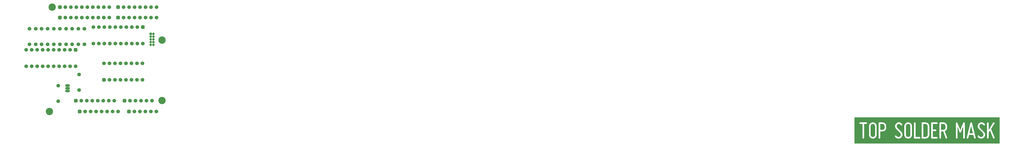
<source format=gts>
G04*
G04 #@! TF.GenerationSoftware,Altium Limited,Altium Designer,20.0.7 (75)*
G04*
G04 Layer_Color=8388736*
%FSLAX25Y25*%
%MOIN*%
G70*
G01*
G75*
%ADD16O,0.08674X0.04737*%
%ADD17O,0.08674X0.04737*%
%ADD18C,0.06706*%
G04:AMPARAMS|DCode=19|XSize=67.06mil|YSize=67.06mil|CornerRadius=18.76mil|HoleSize=0mil|Usage=FLASHONLY|Rotation=0.000|XOffset=0mil|YOffset=0mil|HoleType=Round|Shape=RoundedRectangle|*
%AMROUNDEDRECTD19*
21,1,0.06706,0.02953,0,0,0.0*
21,1,0.02953,0.06706,0,0,0.0*
1,1,0.03753,0.01476,-0.01476*
1,1,0.03753,-0.01476,-0.01476*
1,1,0.03753,-0.01476,0.01476*
1,1,0.03753,0.01476,0.01476*
%
%ADD19ROUNDEDRECTD19*%
%ADD20C,0.04540*%
G04:AMPARAMS|DCode=21|XSize=45.4mil|YSize=45.4mil|CornerRadius=13.35mil|HoleSize=0mil|Usage=FLASHONLY|Rotation=270.000|XOffset=0mil|YOffset=0mil|HoleType=Round|Shape=RoundedRectangle|*
%AMROUNDEDRECTD21*
21,1,0.04540,0.01870,0,0,270.0*
21,1,0.01870,0.04540,0,0,270.0*
1,1,0.02670,-0.00935,-0.00935*
1,1,0.02670,-0.00935,0.00935*
1,1,0.02670,0.00935,0.00935*
1,1,0.02670,0.00935,-0.00935*
%
%ADD21ROUNDEDRECTD21*%
G04:AMPARAMS|DCode=22|XSize=67.06mil|YSize=67.06mil|CornerRadius=18.76mil|HoleSize=0mil|Usage=FLASHONLY|Rotation=90.000|XOffset=0mil|YOffset=0mil|HoleType=Round|Shape=RoundedRectangle|*
%AMROUNDEDRECTD22*
21,1,0.06706,0.02953,0,0,90.0*
21,1,0.02953,0.06706,0,0,90.0*
1,1,0.03753,0.01476,0.01476*
1,1,0.03753,0.01476,-0.01476*
1,1,0.03753,-0.01476,-0.01476*
1,1,0.03753,-0.01476,0.01476*
%
%ADD22ROUNDEDRECTD22*%
%ADD23C,0.13300*%
G36*
X2019450Y137100D02*
X1755300D01*
Y184675D01*
X2019450D01*
Y137100D01*
D02*
G37*
%LPC*%
G36*
X1986825Y175675D02*
X1986550D01*
X1986000Y175650D01*
X1985750Y175625D01*
X1985525Y175600D01*
X1985325Y175550D01*
X1985175Y175525D01*
X1985075Y175500D01*
X1985050D01*
X1984500Y175350D01*
X1984000Y175150D01*
X1983550Y174950D01*
X1983150Y174725D01*
X1982825Y174525D01*
X1982575Y174375D01*
X1982500Y174325D01*
X1982425Y174275D01*
X1982400Y174225D01*
X1982375D01*
X1981950Y173875D01*
X1981575Y173500D01*
X1981250Y173125D01*
X1980975Y172775D01*
X1980750Y172450D01*
X1980575Y172225D01*
X1980525Y172125D01*
X1980475Y172050D01*
X1980450Y172025D01*
Y172000D01*
X1980200Y171500D01*
X1980000Y171000D01*
X1979850Y170525D01*
X1979750Y170100D01*
X1979700Y169725D01*
X1979675Y169575D01*
X1979650Y169425D01*
Y169325D01*
X1979625Y169250D01*
Y169200D01*
Y169175D01*
X1979600Y168625D01*
X1979625Y168075D01*
X1979700Y167575D01*
X1979775Y167100D01*
X1979875Y166725D01*
X1979925Y166550D01*
X1979975Y166425D01*
X1980000Y166300D01*
X1980025Y166225D01*
X1980050Y166175D01*
Y166150D01*
X1980250Y165675D01*
X1980525Y165225D01*
X1980825Y164800D01*
X1981125Y164425D01*
X1981400Y164125D01*
X1981625Y163875D01*
X1981725Y163800D01*
X1981800Y163725D01*
X1981825Y163700D01*
X1981850Y163675D01*
X1988875Y156325D01*
X1989100Y156050D01*
X1989300Y155775D01*
X1989450Y155525D01*
X1989600Y155275D01*
X1989700Y155075D01*
X1989775Y154900D01*
X1989825Y154800D01*
X1989850Y154750D01*
X1989950Y154425D01*
X1990025Y154125D01*
X1990075Y153825D01*
X1990100Y153550D01*
Y153325D01*
Y153150D01*
X1990075Y153050D01*
Y153000D01*
X1990025Y152650D01*
X1989950Y152300D01*
X1989750Y151700D01*
X1989475Y151150D01*
X1989175Y150700D01*
X1988900Y150350D01*
X1988750Y150200D01*
X1988650Y150100D01*
X1988550Y150000D01*
X1988475Y149925D01*
X1988425Y149900D01*
X1988400Y149875D01*
X1987950Y149600D01*
X1987500Y149375D01*
X1987075Y149225D01*
X1986700Y149125D01*
X1986375Y149075D01*
X1986100Y149050D01*
X1986000Y149025D01*
X1985875D01*
X1985575Y149050D01*
X1985275Y149075D01*
X1985150Y149100D01*
X1985050D01*
X1984975Y149125D01*
X1984950D01*
X1984625Y149200D01*
X1984325Y149300D01*
X1984050Y149425D01*
X1983800Y149525D01*
X1983600Y149650D01*
X1983425Y149750D01*
X1983325Y149800D01*
X1983300Y149825D01*
X1983050Y150025D01*
X1982850Y150225D01*
X1982675Y150425D01*
X1982500Y150625D01*
X1982400Y150775D01*
X1982300Y150900D01*
X1982250Y151000D01*
X1982225Y151025D01*
X1982050Y151275D01*
X1981900Y151450D01*
X1981775Y151550D01*
X1981750Y151575D01*
X1981725D01*
X1981600Y151650D01*
X1981475Y151700D01*
X1981175Y151825D01*
X1981050Y151850D01*
X1980925Y151875D01*
X1980850Y151900D01*
X1980825D01*
X1980550Y151850D01*
X1980325Y151775D01*
X1980150Y151700D01*
X1980125Y151650D01*
X1980100D01*
X1979950Y151550D01*
X1979800Y151425D01*
X1979700Y151300D01*
X1979625Y151175D01*
X1979575Y151075D01*
X1979525Y151000D01*
X1979500Y150950D01*
Y150925D01*
X1979450Y150675D01*
X1979425Y150425D01*
X1979450Y150225D01*
Y150075D01*
X1979500Y149925D01*
X1979525Y149825D01*
X1979550Y149775D01*
Y149750D01*
X1979875Y149250D01*
X1980200Y148800D01*
X1980550Y148425D01*
X1980850Y148100D01*
X1981125Y147825D01*
X1981350Y147625D01*
X1981500Y147525D01*
X1981525Y147475D01*
X1981550D01*
X1982050Y147175D01*
X1982550Y146900D01*
X1983000Y146700D01*
X1983425Y146525D01*
X1983775Y146400D01*
X1984050Y146325D01*
X1984150Y146275D01*
X1984225D01*
X1984275Y146250D01*
X1984300D01*
X1984875Y146175D01*
X1985125Y146125D01*
X1985350D01*
X1985525Y146100D01*
X1985800D01*
X1986375Y146125D01*
X1986650Y146150D01*
X1986875Y146175D01*
X1987075Y146200D01*
X1987225Y146225D01*
X1987325Y146250D01*
X1987350D01*
X1987950Y146425D01*
X1988475Y146625D01*
X1988950Y146850D01*
X1989375Y147075D01*
X1989700Y147250D01*
X1989975Y147425D01*
X1990050Y147500D01*
X1990125Y147525D01*
X1990150Y147575D01*
X1990175D01*
X1990600Y147950D01*
X1991000Y148325D01*
X1991350Y148700D01*
X1991625Y149050D01*
X1991850Y149375D01*
X1992025Y149625D01*
X1992075Y149725D01*
X1992125Y149800D01*
X1992150Y149825D01*
Y149850D01*
X1992400Y150350D01*
X1992600Y150875D01*
X1992750Y151350D01*
X1992875Y151775D01*
X1992950Y152150D01*
X1992975Y152300D01*
X1993000Y152450D01*
Y152550D01*
X1993025Y152625D01*
Y153300D01*
X1993000Y153875D01*
X1992925Y154375D01*
X1992850Y154825D01*
X1992750Y155225D01*
X1992725Y155375D01*
X1992675Y155500D01*
X1992650Y155600D01*
X1992625Y155675D01*
X1992600Y155725D01*
Y155750D01*
X1992375Y156275D01*
X1992125Y156750D01*
X1991875Y157175D01*
X1991600Y157550D01*
X1991375Y157850D01*
X1991175Y158075D01*
X1991050Y158225D01*
X1991025Y158275D01*
X1991000D01*
X1983700Y165850D01*
X1983475Y166100D01*
X1983300Y166375D01*
X1983125Y166650D01*
X1983000Y166925D01*
X1982800Y167425D01*
X1982650Y167925D01*
X1982575Y168325D01*
Y168500D01*
X1982550Y168650D01*
Y168775D01*
Y168875D01*
Y168925D01*
Y168950D01*
X1982600Y169300D01*
X1982650Y169625D01*
X1982850Y170200D01*
X1983125Y170700D01*
X1983400Y171125D01*
X1983675Y171450D01*
X1983900Y171675D01*
X1984000Y171775D01*
X1984075Y171825D01*
X1984100Y171875D01*
X1984125D01*
X1984550Y172150D01*
X1984975Y172350D01*
X1985375Y172500D01*
X1985725Y172600D01*
X1986050Y172650D01*
X1986300Y172700D01*
X1986800D01*
X1987100Y172675D01*
X1987225Y172650D01*
X1987325D01*
X1987400Y172625D01*
X1987425D01*
X1987750Y172550D01*
X1988025Y172450D01*
X1988575Y172175D01*
X1989025Y171875D01*
X1989375Y171550D01*
X1989675Y171250D01*
X1989875Y171000D01*
X1989950Y170925D01*
X1990000Y170850D01*
X1990050Y170800D01*
Y170775D01*
X1990175Y170575D01*
X1990325Y170400D01*
X1990475Y170250D01*
X1990625Y170150D01*
X1990775Y170075D01*
X1990875Y170025D01*
X1990950Y169975D01*
X1990975D01*
X1991125Y169950D01*
X1991375D01*
X1991625Y169975D01*
X1991825Y170025D01*
X1991950Y170050D01*
X1992000Y170075D01*
X1992225Y170225D01*
X1992400Y170400D01*
X1992525Y170550D01*
X1992625Y170725D01*
X1992700Y170850D01*
X1992750Y170950D01*
X1992775Y171025D01*
Y171050D01*
X1992800Y171275D01*
X1992825Y171475D01*
X1992800Y171650D01*
X1992775Y171800D01*
X1992750Y171900D01*
X1992700Y172000D01*
X1992675Y172050D01*
Y172075D01*
X1992350Y172550D01*
X1992050Y172975D01*
X1991725Y173300D01*
X1991450Y173575D01*
X1991200Y173750D01*
X1991025Y173900D01*
X1990900Y173975D01*
X1990850Y174000D01*
X1990325Y174400D01*
X1989825Y174725D01*
X1989350Y174975D01*
X1988925Y175175D01*
X1988575Y175325D01*
X1988300Y175400D01*
X1988200Y175450D01*
X1988125D01*
X1988075Y175475D01*
X1988050D01*
X1987475Y175600D01*
X1987225Y175625D01*
X1987000Y175650D01*
X1986825Y175675D01*
D02*
G37*
G36*
X1836350D02*
X1836075D01*
X1835525Y175650D01*
X1835275Y175625D01*
X1835050Y175600D01*
X1834850Y175550D01*
X1834700Y175525D01*
X1834600Y175500D01*
X1834575D01*
X1834025Y175350D01*
X1833525Y175150D01*
X1833075Y174950D01*
X1832675Y174725D01*
X1832350Y174525D01*
X1832100Y174375D01*
X1832025Y174325D01*
X1831950Y174275D01*
X1831925Y174225D01*
X1831900D01*
X1831475Y173875D01*
X1831100Y173500D01*
X1830775Y173125D01*
X1830500Y172775D01*
X1830275Y172450D01*
X1830100Y172225D01*
X1830050Y172125D01*
X1830000Y172050D01*
X1829975Y172025D01*
Y172000D01*
X1829725Y171500D01*
X1829525Y171000D01*
X1829375Y170525D01*
X1829275Y170100D01*
X1829225Y169725D01*
X1829200Y169575D01*
X1829175Y169425D01*
Y169325D01*
X1829150Y169250D01*
Y169200D01*
Y169175D01*
X1829125Y168625D01*
X1829150Y168075D01*
X1829225Y167575D01*
X1829300Y167100D01*
X1829400Y166725D01*
X1829450Y166550D01*
X1829500Y166425D01*
X1829525Y166300D01*
X1829550Y166225D01*
X1829575Y166175D01*
Y166150D01*
X1829775Y165675D01*
X1830050Y165225D01*
X1830350Y164800D01*
X1830650Y164425D01*
X1830925Y164125D01*
X1831150Y163875D01*
X1831250Y163800D01*
X1831325Y163725D01*
X1831350Y163700D01*
X1831375Y163675D01*
X1838400Y156325D01*
X1838625Y156050D01*
X1838825Y155775D01*
X1838975Y155525D01*
X1839125Y155275D01*
X1839225Y155075D01*
X1839300Y154900D01*
X1839350Y154800D01*
X1839375Y154750D01*
X1839475Y154425D01*
X1839550Y154125D01*
X1839600Y153825D01*
X1839625Y153550D01*
Y153325D01*
Y153150D01*
X1839600Y153050D01*
Y153000D01*
X1839550Y152650D01*
X1839475Y152300D01*
X1839275Y151700D01*
X1839000Y151150D01*
X1838700Y150700D01*
X1838425Y150350D01*
X1838275Y150200D01*
X1838175Y150100D01*
X1838075Y150000D01*
X1838000Y149925D01*
X1837950Y149900D01*
X1837925Y149875D01*
X1837475Y149600D01*
X1837025Y149375D01*
X1836600Y149225D01*
X1836225Y149125D01*
X1835900Y149075D01*
X1835625Y149050D01*
X1835525Y149025D01*
X1835400D01*
X1835100Y149050D01*
X1834800Y149075D01*
X1834675Y149100D01*
X1834575D01*
X1834500Y149125D01*
X1834475D01*
X1834150Y149200D01*
X1833850Y149300D01*
X1833575Y149425D01*
X1833325Y149525D01*
X1833125Y149650D01*
X1832950Y149750D01*
X1832850Y149800D01*
X1832825Y149825D01*
X1832575Y150025D01*
X1832375Y150225D01*
X1832200Y150425D01*
X1832025Y150625D01*
X1831925Y150775D01*
X1831825Y150900D01*
X1831775Y151000D01*
X1831750Y151025D01*
X1831575Y151275D01*
X1831425Y151450D01*
X1831300Y151550D01*
X1831275Y151575D01*
X1831250D01*
X1831125Y151650D01*
X1831000Y151700D01*
X1830700Y151825D01*
X1830575Y151850D01*
X1830450Y151875D01*
X1830375Y151900D01*
X1830350D01*
X1830075Y151850D01*
X1829850Y151775D01*
X1829675Y151700D01*
X1829650Y151650D01*
X1829625D01*
X1829475Y151550D01*
X1829325Y151425D01*
X1829225Y151300D01*
X1829150Y151175D01*
X1829100Y151075D01*
X1829050Y151000D01*
X1829025Y150950D01*
Y150925D01*
X1828975Y150675D01*
X1828950Y150425D01*
X1828975Y150225D01*
Y150075D01*
X1829025Y149925D01*
X1829050Y149825D01*
X1829075Y149775D01*
Y149750D01*
X1829400Y149250D01*
X1829725Y148800D01*
X1830075Y148425D01*
X1830375Y148100D01*
X1830650Y147825D01*
X1830875Y147625D01*
X1831025Y147525D01*
X1831050Y147475D01*
X1831075D01*
X1831575Y147175D01*
X1832075Y146900D01*
X1832525Y146700D01*
X1832950Y146525D01*
X1833300Y146400D01*
X1833575Y146325D01*
X1833675Y146275D01*
X1833750D01*
X1833800Y146250D01*
X1833825D01*
X1834400Y146175D01*
X1834650Y146125D01*
X1834875D01*
X1835050Y146100D01*
X1835325D01*
X1835900Y146125D01*
X1836175Y146150D01*
X1836400Y146175D01*
X1836600Y146200D01*
X1836750Y146225D01*
X1836850Y146250D01*
X1836875D01*
X1837475Y146425D01*
X1838000Y146625D01*
X1838475Y146850D01*
X1838900Y147075D01*
X1839225Y147250D01*
X1839500Y147425D01*
X1839575Y147500D01*
X1839650Y147525D01*
X1839675Y147575D01*
X1839700D01*
X1840125Y147950D01*
X1840525Y148325D01*
X1840875Y148700D01*
X1841150Y149050D01*
X1841375Y149375D01*
X1841550Y149625D01*
X1841600Y149725D01*
X1841650Y149800D01*
X1841675Y149825D01*
Y149850D01*
X1841925Y150350D01*
X1842125Y150875D01*
X1842275Y151350D01*
X1842400Y151775D01*
X1842475Y152150D01*
X1842500Y152300D01*
X1842525Y152450D01*
Y152550D01*
X1842550Y152625D01*
Y153300D01*
X1842525Y153875D01*
X1842450Y154375D01*
X1842375Y154825D01*
X1842275Y155225D01*
X1842250Y155375D01*
X1842200Y155500D01*
X1842175Y155600D01*
X1842150Y155675D01*
X1842125Y155725D01*
Y155750D01*
X1841900Y156275D01*
X1841650Y156750D01*
X1841400Y157175D01*
X1841125Y157550D01*
X1840900Y157850D01*
X1840700Y158075D01*
X1840575Y158225D01*
X1840550Y158275D01*
X1840525D01*
X1833225Y165850D01*
X1833000Y166100D01*
X1832825Y166375D01*
X1832650Y166650D01*
X1832525Y166925D01*
X1832325Y167425D01*
X1832175Y167925D01*
X1832100Y168325D01*
Y168500D01*
X1832075Y168650D01*
Y168775D01*
Y168875D01*
Y168925D01*
Y168950D01*
X1832125Y169300D01*
X1832175Y169625D01*
X1832375Y170200D01*
X1832650Y170700D01*
X1832925Y171125D01*
X1833200Y171450D01*
X1833425Y171675D01*
X1833525Y171775D01*
X1833600Y171825D01*
X1833625Y171875D01*
X1833650D01*
X1834075Y172150D01*
X1834500Y172350D01*
X1834900Y172500D01*
X1835250Y172600D01*
X1835575Y172650D01*
X1835825Y172700D01*
X1836325D01*
X1836625Y172675D01*
X1836750Y172650D01*
X1836850D01*
X1836925Y172625D01*
X1836950D01*
X1837275Y172550D01*
X1837550Y172450D01*
X1838100Y172175D01*
X1838550Y171875D01*
X1838900Y171550D01*
X1839200Y171250D01*
X1839400Y171000D01*
X1839475Y170925D01*
X1839525Y170850D01*
X1839575Y170800D01*
Y170775D01*
X1839700Y170575D01*
X1839850Y170400D01*
X1840000Y170250D01*
X1840150Y170150D01*
X1840300Y170075D01*
X1840400Y170025D01*
X1840475Y169975D01*
X1840500D01*
X1840650Y169950D01*
X1840900D01*
X1841150Y169975D01*
X1841350Y170025D01*
X1841475Y170050D01*
X1841525Y170075D01*
X1841750Y170225D01*
X1841925Y170400D01*
X1842050Y170550D01*
X1842150Y170725D01*
X1842225Y170850D01*
X1842275Y170950D01*
X1842300Y171025D01*
Y171050D01*
X1842325Y171275D01*
X1842350Y171475D01*
X1842325Y171650D01*
X1842300Y171800D01*
X1842275Y171900D01*
X1842225Y172000D01*
X1842200Y172050D01*
Y172075D01*
X1841875Y172550D01*
X1841575Y172975D01*
X1841250Y173300D01*
X1840975Y173575D01*
X1840725Y173750D01*
X1840550Y173900D01*
X1840425Y173975D01*
X1840375Y174000D01*
X1839850Y174400D01*
X1839350Y174725D01*
X1838875Y174975D01*
X1838450Y175175D01*
X1838100Y175325D01*
X1837825Y175400D01*
X1837725Y175450D01*
X1837650D01*
X1837600Y175475D01*
X1837575D01*
X1837000Y175600D01*
X1836750Y175625D01*
X1836525Y175650D01*
X1836350Y175675D01*
D02*
G37*
G36*
X1954850Y175600D02*
X1954675D01*
X1954450Y175575D01*
X1954275Y175550D01*
X1954175Y175525D01*
X1954150Y175500D01*
X1953800D01*
Y175300D01*
X1953775Y175275D01*
X1953700Y175225D01*
X1953650Y175175D01*
X1953625Y175150D01*
X1953475Y175000D01*
X1953375Y174850D01*
X1953300Y174725D01*
X1953275Y174700D01*
Y174675D01*
X1948000Y161575D01*
X1942675Y174775D01*
X1942500Y175050D01*
X1942275Y175250D01*
X1942050Y175400D01*
X1941825Y175500D01*
X1941625Y175550D01*
X1941475Y175600D01*
X1941325D01*
X1941125Y175575D01*
X1940975Y175550D01*
X1940875Y175525D01*
X1940850Y175500D01*
X1940800D01*
X1940500Y175325D01*
X1940275Y175125D01*
X1940125Y174900D01*
X1940000Y174675D01*
X1939950Y174475D01*
X1939900Y174325D01*
X1939875Y174225D01*
Y147550D01*
X1939900Y147325D01*
X1939950Y147150D01*
X1940000Y146975D01*
X1940100Y146825D01*
X1940175Y146700D01*
X1940225Y146600D01*
X1940275Y146550D01*
X1940300Y146525D01*
X1940475Y146375D01*
X1940650Y146275D01*
X1940800Y146200D01*
X1940975Y146150D01*
X1941125Y146125D01*
X1941225Y146100D01*
X1941325D01*
X1941550Y146125D01*
X1941750Y146175D01*
X1941925Y146225D01*
X1942075Y146325D01*
X1942200Y146400D01*
X1942300Y146450D01*
X1942350Y146500D01*
X1942375Y146525D01*
X1942525Y146700D01*
X1942625Y146875D01*
X1942725Y147025D01*
X1942775Y147200D01*
X1942800Y147350D01*
X1942825Y147450D01*
Y147525D01*
Y147550D01*
Y168575D01*
X1946650Y157850D01*
X1946750Y157675D01*
X1946875Y157525D01*
X1947125Y157300D01*
X1947250Y157225D01*
X1947350Y157175D01*
X1947400Y157125D01*
X1947425D01*
X1947625Y157050D01*
X1947800Y157025D01*
X1947950Y157000D01*
X1948000D01*
X1948325Y157025D01*
X1948600Y157125D01*
X1948825Y157250D01*
X1949000Y157400D01*
X1949150Y157550D01*
X1949250Y157675D01*
X1949300Y157775D01*
X1949325Y157800D01*
X1953175Y168550D01*
Y147550D01*
X1953200Y147325D01*
X1953250Y147150D01*
X1953300Y146975D01*
X1953400Y146825D01*
X1953475Y146700D01*
X1953525Y146600D01*
X1953575Y146550D01*
X1953600Y146525D01*
X1953775Y146375D01*
X1953950Y146275D01*
X1954125Y146200D01*
X1954300Y146150D01*
X1954450Y146125D01*
X1954575Y146100D01*
X1954675D01*
X1954875Y146125D01*
X1955075Y146175D01*
X1955250Y146225D01*
X1955400Y146325D01*
X1955500Y146400D01*
X1955600Y146450D01*
X1955650Y146500D01*
X1955675Y146525D01*
X1955825Y146700D01*
X1955925Y146875D01*
X1956025Y147025D01*
X1956075Y147200D01*
X1956100Y147350D01*
X1956125Y147450D01*
Y174125D01*
X1956075Y174450D01*
X1955975Y174725D01*
X1955825Y174975D01*
X1955650Y175150D01*
X1955475Y175300D01*
X1955325Y175425D01*
X1955225Y175475D01*
X1955175Y175500D01*
X1955125D01*
X1955000Y175550D01*
X1954850Y175600D01*
D02*
G37*
G36*
X2009125Y175625D02*
X2008700D01*
X2008650Y175600D01*
X2008625D01*
X2008525Y175575D01*
X2008450Y175550D01*
X2008375Y175525D01*
X2008350Y175500D01*
X2008225Y175450D01*
X2008125Y175400D01*
X2008075Y175375D01*
X2008050Y175350D01*
X2008000Y175300D01*
X2007925Y175250D01*
X2007875Y175200D01*
X2007850Y175175D01*
X2007700Y175000D01*
X2007675Y174925D01*
X2007650Y174900D01*
X1999475Y161350D01*
Y174150D01*
Y174250D01*
Y174350D01*
Y174425D01*
Y174450D01*
X1999425Y174550D01*
X1999375Y174650D01*
X1999350Y174700D01*
Y174725D01*
X1999300Y174850D01*
X1999275Y174900D01*
X1999225Y175000D01*
X1999150Y175100D01*
X1999100Y175150D01*
X1999075Y175175D01*
X1999000Y175250D01*
X1998925Y175300D01*
X1998900Y175350D01*
X1998875D01*
X1998675Y175475D01*
X1998600Y175500D01*
X1998575D01*
X1998475Y175550D01*
X1998375Y175600D01*
X1998300D01*
X1998200Y175625D01*
X1997800D01*
X1997750Y175600D01*
X1997725D01*
X1997600Y175575D01*
X1997475Y175550D01*
X1997400Y175525D01*
X1997375Y175500D01*
X1997275Y175450D01*
X1997200Y175400D01*
X1997175Y175375D01*
X1997150Y175350D01*
X1997025Y175300D01*
X1996950Y175225D01*
X1996900Y175150D01*
X1996875Y175125D01*
X1996850Y175100D01*
X1996800Y175025D01*
X1996750Y174975D01*
X1996725Y174950D01*
X1996625Y174800D01*
X1996600Y174750D01*
Y174725D01*
X1996550Y174575D01*
X1996525Y174500D01*
Y174450D01*
Y174425D01*
X1996500Y174250D01*
Y147475D01*
X1996525Y147375D01*
Y147325D01*
Y147300D01*
X1996550Y147175D01*
X1996575Y147075D01*
X1996600Y147000D01*
Y146975D01*
X1996650Y146875D01*
X1996700Y146825D01*
X1996750Y146775D01*
X1996800Y146650D01*
X1996850Y146575D01*
X1996900Y146525D01*
X1996925D01*
X1996975Y146475D01*
X1997075Y146400D01*
X1997150Y146325D01*
X1997200Y146300D01*
X1997325Y146225D01*
X1997375Y146200D01*
X1997500Y146150D01*
X1997600Y146125D01*
X1997700D01*
X1997875Y146100D01*
X1998125D01*
X1998225Y146125D01*
X1998300D01*
X1998400Y146150D01*
X1998475Y146175D01*
X1998550Y146200D01*
X1998575D01*
X1998750Y146275D01*
X1998825Y146325D01*
X1998850D01*
X1999000Y146475D01*
X1999050Y146500D01*
X1999075Y146525D01*
X1999150Y146625D01*
X1999225Y146725D01*
X1999250Y146800D01*
X1999275Y146825D01*
X1999325Y146925D01*
X1999350Y146975D01*
X1999400Y147075D01*
X1999425Y147200D01*
X1999475Y147275D01*
Y147325D01*
Y147500D01*
Y147550D01*
Y147575D01*
Y156850D01*
X2002000Y161200D01*
X2007550Y147000D01*
X2007750Y146700D01*
X2007975Y146475D01*
X2008200Y146325D01*
X2008425Y146225D01*
X2008625Y146150D01*
X2008800Y146125D01*
X2008900Y146100D01*
X2008950D01*
X2009175Y146125D01*
X2009350Y146150D01*
X2009450Y146175D01*
X2009500Y146200D01*
X2009700Y146300D01*
X2009875Y146425D01*
X2010025Y146550D01*
X2010150Y146700D01*
X2010225Y146825D01*
X2010275Y146925D01*
X2010325Y147000D01*
Y147025D01*
X2010375Y147225D01*
X2010400Y147425D01*
X2010425Y147625D01*
X2010400Y147800D01*
X2010375Y147950D01*
X2010350Y148050D01*
X2010325Y148125D01*
Y148150D01*
X2003975Y163800D01*
X2010225Y173350D01*
X2010275Y173500D01*
X2010300Y173525D01*
Y173550D01*
X2010350Y173650D01*
X2010400Y173775D01*
X2010425Y173850D01*
X2010450Y173900D01*
Y174300D01*
X2010425Y174375D01*
X2010400Y174425D01*
Y174450D01*
X2010375Y174550D01*
X2010350Y174650D01*
X2010325Y174725D01*
X2010300Y174750D01*
X2010250Y174875D01*
X2010225Y174925D01*
X2010200Y174950D01*
X2010125Y175050D01*
X2010050Y175125D01*
X2010000Y175150D01*
X2009975Y175175D01*
X2009850Y175325D01*
X2009800Y175350D01*
X2009775Y175375D01*
X2009675Y175450D01*
X2009575Y175475D01*
X2009525Y175500D01*
X2009500D01*
X2009375Y175550D01*
X2009275Y175600D01*
X2009200D01*
X2009125Y175625D01*
D02*
G37*
G36*
X1968025Y175600D02*
X1967400D01*
X1967075Y175475D01*
X1966825Y175325D01*
X1966625Y175125D01*
X1966475Y174925D01*
X1966375Y174750D01*
X1966300Y174600D01*
X1966250Y174500D01*
Y174450D01*
X1959625Y147850D01*
X1959600Y147650D01*
Y147450D01*
X1959625Y147275D01*
X1959675Y147125D01*
X1959700Y147000D01*
X1959750Y146900D01*
X1959800Y146825D01*
Y146800D01*
X1959925Y146625D01*
X1960075Y146475D01*
X1960225Y146375D01*
X1960375Y146275D01*
X1960500Y146200D01*
X1960625Y146150D01*
X1960700Y146125D01*
X1960725D01*
X1960825Y146100D01*
X1961025D01*
X1961400Y146150D01*
X1961700Y146275D01*
X1961950Y146425D01*
X1962125Y146625D01*
X1962275Y146825D01*
X1962375Y146975D01*
X1962425Y147100D01*
X1962450Y147150D01*
X1963875Y152750D01*
X1971525D01*
X1972925Y147200D01*
X1972975Y147025D01*
X1973050Y146875D01*
X1973225Y146625D01*
X1973325Y146525D01*
X1973375Y146450D01*
X1973425Y146425D01*
X1973450Y146400D01*
X1973600Y146300D01*
X1973775Y146225D01*
X1974075Y146150D01*
X1974200Y146125D01*
X1974300Y146100D01*
X1974525D01*
X1974650Y146125D01*
X1974725Y146150D01*
X1974750D01*
X1974950Y146225D01*
X1975125Y146325D01*
X1975250Y146425D01*
X1975375Y146525D01*
X1975475Y146625D01*
X1975550Y146725D01*
X1975575Y146775D01*
X1975600Y146800D01*
X1975700Y146975D01*
X1975775Y147150D01*
X1975800Y147325D01*
X1975825Y147450D01*
Y147650D01*
X1975800Y147700D01*
Y147725D01*
X1969150Y174450D01*
X1969025Y174750D01*
X1968850Y175000D01*
X1968675Y175200D01*
X1968475Y175375D01*
X1968275Y175475D01*
X1968125Y175550D01*
X1968025Y175600D01*
D02*
G37*
G36*
X1917150Y175625D02*
X1911500D01*
X1911275Y175600D01*
X1911075Y175550D01*
X1910875Y175475D01*
X1910725Y175400D01*
X1910600Y175325D01*
X1910525Y175250D01*
X1910475Y175200D01*
X1910450Y175175D01*
X1910325Y175000D01*
X1910225Y174850D01*
X1910150Y174675D01*
X1910100Y174525D01*
X1910075Y174400D01*
X1910050Y174300D01*
Y147575D01*
X1910075Y147350D01*
X1910125Y147150D01*
X1910175Y146975D01*
X1910275Y146825D01*
X1910350Y146700D01*
X1910400Y146600D01*
X1910450Y146550D01*
X1910475Y146525D01*
X1910650Y146375D01*
X1910825Y146275D01*
X1910975Y146200D01*
X1911150Y146150D01*
X1911300Y146125D01*
X1911400Y146100D01*
X1911500D01*
X1911725Y146125D01*
X1911925Y146175D01*
X1912100Y146225D01*
X1912250Y146325D01*
X1912375Y146400D01*
X1912475Y146450D01*
X1912525Y146500D01*
X1912550Y146525D01*
X1912700Y146700D01*
X1912800Y146875D01*
X1912900Y147050D01*
X1912950Y147200D01*
X1912975Y147350D01*
X1913000Y147475D01*
Y147550D01*
Y147575D01*
Y159150D01*
X1916750D01*
X1921150Y147075D01*
X1921350Y146750D01*
X1921550Y146500D01*
X1921775Y146350D01*
X1922000Y146225D01*
X1922200Y146150D01*
X1922375Y146125D01*
X1922475Y146100D01*
X1922525D01*
X1922750Y146125D01*
X1922900Y146150D01*
X1923025Y146175D01*
X1923050Y146200D01*
X1923250Y146275D01*
X1923425Y146400D01*
X1923550Y146500D01*
X1923675Y146625D01*
X1923750Y146750D01*
X1923800Y146825D01*
X1923850Y146900D01*
Y146925D01*
X1923925Y147125D01*
X1923950Y147325D01*
X1923975Y147525D01*
Y147675D01*
X1923950Y147825D01*
Y147925D01*
X1923925Y148000D01*
Y148025D01*
X1919597Y159666D01*
X1920175Y159925D01*
X1920800Y160325D01*
X1921350Y160750D01*
X1921825Y161150D01*
X1922175Y161525D01*
X1922325Y161700D01*
X1922450Y161850D01*
X1922550Y161950D01*
X1922625Y162050D01*
X1922650Y162100D01*
X1922675Y162125D01*
X1922900Y162450D01*
X1923075Y162800D01*
X1923250Y163150D01*
X1923375Y163475D01*
X1923600Y164125D01*
X1923750Y164725D01*
X1923800Y165000D01*
X1923825Y165250D01*
X1923875Y165450D01*
Y165650D01*
X1923900Y165800D01*
Y165900D01*
Y165975D01*
Y166000D01*
Y168800D01*
X1923875Y169325D01*
X1923825Y169800D01*
X1923725Y170275D01*
X1923575Y170725D01*
X1923425Y171150D01*
X1923250Y171550D01*
X1923075Y171925D01*
X1922900Y172250D01*
X1922700Y172550D01*
X1922525Y172825D01*
X1922350Y173050D01*
X1922200Y173250D01*
X1922075Y173400D01*
X1921975Y173500D01*
X1921900Y173575D01*
X1921875Y173600D01*
X1921500Y173950D01*
X1921100Y174275D01*
X1920675Y174550D01*
X1920275Y174775D01*
X1919875Y174975D01*
X1919450Y175125D01*
X1919075Y175275D01*
X1918700Y175375D01*
X1918350Y175450D01*
X1918025Y175525D01*
X1917750Y175575D01*
X1917500Y175600D01*
X1917300D01*
X1917150Y175625D01*
D02*
G37*
G36*
X1905200D02*
X1896400D01*
X1896175Y175600D01*
X1895975Y175575D01*
X1895775Y175500D01*
X1895625Y175425D01*
X1895500Y175350D01*
X1895425Y175300D01*
X1895375Y175250D01*
X1895350Y175225D01*
X1895225Y175075D01*
X1895125Y174900D01*
X1895050Y174725D01*
X1895000Y174575D01*
X1894975Y174425D01*
X1894950Y174300D01*
Y147550D01*
X1894975Y147325D01*
X1895025Y147125D01*
X1895075Y146925D01*
X1895150Y146775D01*
X1895225Y146650D01*
X1895300Y146575D01*
X1895325Y146525D01*
X1895350Y146500D01*
X1895500Y146375D01*
X1895675Y146275D01*
X1895850Y146200D01*
X1896025Y146150D01*
X1896175Y146125D01*
X1896300Y146100D01*
X1905075D01*
X1905325Y146125D01*
X1905525Y146175D01*
X1905725Y146225D01*
X1905875Y146300D01*
X1906000Y146375D01*
X1906100Y146450D01*
X1906150Y146475D01*
X1906175Y146500D01*
X1906300Y146650D01*
X1906400Y146825D01*
X1906475Y147000D01*
X1906525Y147175D01*
X1906550Y147325D01*
X1906575Y147450D01*
Y147550D01*
X1906550Y147775D01*
X1906525Y148000D01*
X1906450Y148175D01*
X1906375Y148325D01*
X1906300Y148450D01*
X1906250Y148525D01*
X1906200Y148575D01*
X1906175Y148600D01*
X1906000Y148750D01*
X1905825Y148850D01*
X1905650Y148925D01*
X1905475Y148975D01*
X1905300Y149000D01*
X1905200Y149025D01*
X1897900D01*
Y159650D01*
X1902750D01*
X1903000Y159675D01*
X1903200Y159725D01*
X1903400Y159775D01*
X1903550Y159850D01*
X1903675Y159925D01*
X1903750Y160000D01*
X1903800Y160025D01*
X1903825Y160050D01*
X1903950Y160225D01*
X1904050Y160400D01*
X1904125Y160575D01*
X1904175Y160750D01*
X1904200Y160925D01*
X1904225Y161050D01*
Y161125D01*
Y161150D01*
X1904200Y161375D01*
X1904175Y161550D01*
X1904100Y161725D01*
X1904025Y161875D01*
X1903950Y162000D01*
X1903900Y162075D01*
X1903850Y162125D01*
X1903825Y162150D01*
X1903675Y162300D01*
X1903500Y162400D01*
X1903300Y162475D01*
X1903150Y162525D01*
X1902975Y162550D01*
X1902875Y162575D01*
X1897900D01*
Y172700D01*
X1905075D01*
X1905325Y172725D01*
X1905525Y172775D01*
X1905725Y172825D01*
X1905875Y172900D01*
X1906000Y172975D01*
X1906100Y173050D01*
X1906150Y173075D01*
X1906175Y173100D01*
X1906300Y173275D01*
X1906400Y173450D01*
X1906475Y173625D01*
X1906525Y173800D01*
X1906550Y173975D01*
X1906575Y174100D01*
Y174200D01*
X1906550Y174425D01*
X1906525Y174625D01*
X1906450Y174800D01*
X1906375Y174950D01*
X1906300Y175050D01*
X1906250Y175150D01*
X1906200Y175200D01*
X1906175Y175225D01*
X1906000Y175350D01*
X1905825Y175450D01*
X1905650Y175525D01*
X1905475Y175575D01*
X1905300Y175600D01*
X1905200Y175625D01*
D02*
G37*
G36*
X1884700D02*
X1878950D01*
X1878725Y175600D01*
X1878525Y175575D01*
X1878325Y175500D01*
X1878175Y175425D01*
X1878050Y175350D01*
X1877975Y175300D01*
X1877925Y175250D01*
X1877900Y175225D01*
X1877775Y175075D01*
X1877675Y174900D01*
X1877600Y174700D01*
X1877550Y174550D01*
X1877525Y174375D01*
X1877500Y174275D01*
Y147550D01*
X1877525Y147325D01*
X1877575Y147125D01*
X1877625Y146925D01*
X1877700Y146775D01*
X1877775Y146650D01*
X1877850Y146575D01*
X1877875Y146525D01*
X1877900Y146500D01*
X1878050Y146375D01*
X1878225Y146275D01*
X1878400Y146200D01*
X1878575Y146150D01*
X1878725Y146125D01*
X1878850Y146100D01*
X1884475D01*
X1884975Y146125D01*
X1885450Y146175D01*
X1885875Y146275D01*
X1886250Y146375D01*
X1886550Y146450D01*
X1886775Y146550D01*
X1886925Y146600D01*
X1886975Y146625D01*
X1887500Y146850D01*
X1887975Y147100D01*
X1888400Y147350D01*
X1888750Y147600D01*
X1889050Y147825D01*
X1889250Y148000D01*
X1889375Y148100D01*
X1889425Y148150D01*
X1889750Y148500D01*
X1890050Y148900D01*
X1890300Y149250D01*
X1890525Y149600D01*
X1890700Y149925D01*
X1890825Y150150D01*
X1890875Y150250D01*
X1890900Y150325D01*
X1890925Y150350D01*
Y150375D01*
X1891100Y150850D01*
X1891225Y151325D01*
X1891325Y151775D01*
X1891375Y152200D01*
X1891425Y152550D01*
X1891450Y152825D01*
Y168675D01*
X1891425Y169175D01*
X1891375Y169650D01*
X1891300Y170075D01*
X1891200Y170450D01*
X1891100Y170725D01*
X1891025Y170950D01*
X1890975Y171100D01*
X1890950Y171150D01*
X1890725Y171675D01*
X1890450Y172175D01*
X1890200Y172575D01*
X1889975Y172925D01*
X1889750Y173200D01*
X1889575Y173400D01*
X1889475Y173525D01*
X1889425Y173575D01*
X1889050Y173925D01*
X1888625Y174225D01*
X1888225Y174475D01*
X1887850Y174700D01*
X1887500Y174875D01*
X1887250Y175025D01*
X1887150Y175075D01*
X1887075Y175100D01*
X1887025Y175125D01*
X1887000D01*
X1886575Y175300D01*
X1886125Y175425D01*
X1885700Y175500D01*
X1885325Y175575D01*
X1884975Y175600D01*
X1884700Y175625D01*
D02*
G37*
G36*
X1865025D02*
X1864925D01*
X1864700Y175600D01*
X1864500Y175575D01*
X1864300Y175500D01*
X1864150Y175425D01*
X1864025Y175350D01*
X1863950Y175300D01*
X1863900Y175250D01*
X1863875Y175225D01*
X1863750Y175075D01*
X1863650Y174900D01*
X1863575Y174725D01*
X1863525Y174575D01*
X1863500Y174425D01*
X1863475Y174300D01*
Y147550D01*
X1863500Y147325D01*
X1863550Y147125D01*
X1863600Y146925D01*
X1863675Y146775D01*
X1863750Y146650D01*
X1863825Y146575D01*
X1863850Y146525D01*
X1863875Y146500D01*
X1864025Y146375D01*
X1864200Y146275D01*
X1864375Y146200D01*
X1864550Y146150D01*
X1864700Y146125D01*
X1864825Y146100D01*
X1873600D01*
X1873825Y146125D01*
X1874025Y146150D01*
X1874200Y146225D01*
X1874350Y146300D01*
X1874475Y146350D01*
X1874550Y146425D01*
X1874600Y146450D01*
X1874625Y146475D01*
X1874775Y146650D01*
X1874900Y146825D01*
X1874975Y147000D01*
X1875050Y147175D01*
X1875075Y147325D01*
X1875100Y147450D01*
Y147550D01*
X1875075Y147775D01*
X1875025Y148000D01*
X1874950Y148175D01*
X1874875Y148325D01*
X1874800Y148450D01*
X1874725Y148550D01*
X1874675Y148600D01*
X1874650Y148625D01*
X1874500Y148750D01*
X1874325Y148850D01*
X1874150Y148925D01*
X1873975Y148975D01*
X1873825Y149000D01*
X1873700Y149025D01*
X1866425D01*
Y174200D01*
X1866400Y174425D01*
X1866350Y174625D01*
X1866275Y174800D01*
X1866200Y174950D01*
X1866100Y175075D01*
X1866025Y175150D01*
X1865975Y175200D01*
X1865950Y175225D01*
X1865800Y175350D01*
X1865625Y175450D01*
X1865450Y175525D01*
X1865300Y175575D01*
X1865150Y175600D01*
X1865025Y175625D01*
D02*
G37*
G36*
X1853225D02*
X1853000D01*
X1852450Y175600D01*
X1851950Y175550D01*
X1851500Y175450D01*
X1851075Y175350D01*
X1850750Y175250D01*
X1850500Y175150D01*
X1850400Y175125D01*
X1850325Y175100D01*
X1850300Y175075D01*
X1850275D01*
X1849800Y174850D01*
X1849375Y174600D01*
X1849000Y174350D01*
X1848700Y174125D01*
X1848425Y173900D01*
X1848225Y173725D01*
X1848125Y173625D01*
X1848075Y173575D01*
X1847725Y173225D01*
X1847425Y172850D01*
X1847175Y172475D01*
X1846975Y172125D01*
X1846800Y171825D01*
X1846700Y171600D01*
X1846650Y171500D01*
X1846625Y171425D01*
X1846600Y171400D01*
Y171375D01*
X1846400Y170875D01*
X1846275Y170400D01*
X1846175Y169950D01*
X1846100Y169550D01*
X1846050Y169175D01*
X1846025Y168925D01*
Y153075D01*
X1846050Y152525D01*
X1846100Y152025D01*
X1846200Y151575D01*
X1846300Y151175D01*
X1846400Y150850D01*
X1846500Y150600D01*
X1846525Y150500D01*
X1846550Y150425D01*
X1846575Y150400D01*
Y150375D01*
X1846800Y149900D01*
X1847025Y149475D01*
X1847275Y149100D01*
X1847525Y148775D01*
X1847750Y148500D01*
X1847925Y148325D01*
X1848025Y148200D01*
X1848075Y148150D01*
X1848425Y147800D01*
X1848825Y147500D01*
X1849175Y147250D01*
X1849525Y147025D01*
X1849850Y146875D01*
X1850075Y146750D01*
X1850175Y146700D01*
X1850250Y146675D01*
X1850275Y146650D01*
X1850300D01*
X1850775Y146475D01*
X1851250Y146325D01*
X1851700Y146225D01*
X1852100Y146175D01*
X1852475Y146125D01*
X1852750Y146100D01*
X1853000D01*
X1853500Y146125D01*
X1853975Y146175D01*
X1854400Y146275D01*
X1854775Y146375D01*
X1855075Y146450D01*
X1855300Y146550D01*
X1855450Y146600D01*
X1855500Y146625D01*
X1856025Y146850D01*
X1856500Y147100D01*
X1856925Y147350D01*
X1857275Y147600D01*
X1857575Y147825D01*
X1857775Y148000D01*
X1857900Y148100D01*
X1857950Y148150D01*
X1858275Y148500D01*
X1858575Y148900D01*
X1858825Y149250D01*
X1859050Y149600D01*
X1859225Y149925D01*
X1859350Y150150D01*
X1859400Y150250D01*
X1859425Y150325D01*
X1859450Y150350D01*
Y150375D01*
X1859625Y150850D01*
X1859750Y151325D01*
X1859850Y151775D01*
X1859900Y152200D01*
X1859950Y152550D01*
X1859975Y152825D01*
Y168675D01*
X1859950Y169175D01*
X1859900Y169650D01*
X1859825Y170075D01*
X1859725Y170450D01*
X1859625Y170725D01*
X1859550Y170950D01*
X1859500Y171100D01*
X1859475Y171150D01*
X1859250Y171675D01*
X1858975Y172175D01*
X1858725Y172575D01*
X1858500Y172925D01*
X1858275Y173200D01*
X1858100Y173400D01*
X1858000Y173525D01*
X1857950Y173575D01*
X1857575Y173925D01*
X1857150Y174225D01*
X1856750Y174475D01*
X1856375Y174700D01*
X1856025Y174875D01*
X1855775Y175025D01*
X1855675Y175075D01*
X1855600Y175100D01*
X1855550Y175125D01*
X1855525D01*
X1855100Y175300D01*
X1854650Y175425D01*
X1854225Y175500D01*
X1853850Y175575D01*
X1853500Y175600D01*
X1853225Y175625D01*
D02*
G37*
G36*
X1806300D02*
X1800650D01*
X1800425Y175600D01*
X1800225Y175550D01*
X1800025Y175475D01*
X1799875Y175400D01*
X1799750Y175325D01*
X1799675Y175250D01*
X1799625Y175200D01*
X1799600Y175175D01*
X1799475Y175000D01*
X1799375Y174850D01*
X1799300Y174675D01*
X1799250Y174525D01*
X1799225Y174400D01*
X1799200Y174300D01*
Y147550D01*
X1799225Y147325D01*
X1799275Y147150D01*
X1799325Y146975D01*
X1799425Y146825D01*
X1799500Y146700D01*
X1799550Y146600D01*
X1799600Y146550D01*
X1799625Y146525D01*
X1799800Y146375D01*
X1799975Y146275D01*
X1800125Y146200D01*
X1800300Y146150D01*
X1800450Y146125D01*
X1800550Y146100D01*
X1800650D01*
X1800875Y146125D01*
X1801075Y146175D01*
X1801250Y146225D01*
X1801400Y146325D01*
X1801525Y146400D01*
X1801625Y146450D01*
X1801675Y146500D01*
X1801700Y146525D01*
X1801850Y146700D01*
X1801950Y146875D01*
X1802050Y147025D01*
X1802100Y147200D01*
X1802125Y147350D01*
X1802150Y147450D01*
Y147525D01*
Y147550D01*
Y159150D01*
X1806175D01*
X1806700Y159175D01*
X1807200Y159225D01*
X1807675Y159325D01*
X1808125Y159475D01*
X1808575Y159625D01*
X1808975Y159775D01*
X1809325Y159975D01*
X1809675Y160150D01*
X1809975Y160325D01*
X1810250Y160525D01*
X1810475Y160675D01*
X1810675Y160850D01*
X1810825Y160975D01*
X1810925Y161075D01*
X1811000Y161125D01*
X1811025Y161150D01*
X1811375Y161525D01*
X1811700Y161925D01*
X1811975Y162350D01*
X1812200Y162750D01*
X1812400Y163150D01*
X1812550Y163575D01*
X1812700Y163950D01*
X1812800Y164325D01*
X1812875Y164675D01*
X1812950Y165000D01*
X1813000Y165275D01*
X1813025Y165525D01*
Y165725D01*
X1813050Y165875D01*
Y168750D01*
X1813025Y169275D01*
X1812975Y169775D01*
X1812875Y170250D01*
X1812725Y170700D01*
X1812575Y171150D01*
X1812400Y171550D01*
X1812225Y171900D01*
X1812050Y172250D01*
X1811850Y172550D01*
X1811675Y172825D01*
X1811500Y173050D01*
X1811350Y173250D01*
X1811225Y173400D01*
X1811125Y173500D01*
X1811050Y173575D01*
X1811025Y173600D01*
X1810650Y173950D01*
X1810250Y174275D01*
X1809825Y174550D01*
X1809425Y174775D01*
X1809025Y174975D01*
X1808600Y175125D01*
X1808225Y175275D01*
X1807850Y175375D01*
X1807500Y175450D01*
X1807175Y175525D01*
X1806900Y175575D01*
X1806650Y175600D01*
X1806450D01*
X1806300Y175625D01*
D02*
G37*
G36*
X1788950D02*
X1788725D01*
X1788175Y175600D01*
X1787675Y175550D01*
X1787225Y175450D01*
X1786800Y175350D01*
X1786475Y175250D01*
X1786225Y175150D01*
X1786125Y175125D01*
X1786050Y175100D01*
X1786025Y175075D01*
X1786000D01*
X1785525Y174850D01*
X1785100Y174600D01*
X1784725Y174350D01*
X1784425Y174125D01*
X1784150Y173900D01*
X1783950Y173725D01*
X1783850Y173625D01*
X1783800Y173575D01*
X1783450Y173225D01*
X1783150Y172850D01*
X1782900Y172475D01*
X1782700Y172125D01*
X1782525Y171825D01*
X1782425Y171600D01*
X1782375Y171500D01*
X1782350Y171425D01*
X1782325Y171400D01*
Y171375D01*
X1782125Y170875D01*
X1782000Y170400D01*
X1781900Y169950D01*
X1781825Y169550D01*
X1781775Y169175D01*
X1781750Y168925D01*
Y153075D01*
X1781775Y152525D01*
X1781825Y152025D01*
X1781925Y151575D01*
X1782025Y151175D01*
X1782125Y150850D01*
X1782225Y150600D01*
X1782250Y150500D01*
X1782275Y150425D01*
X1782300Y150400D01*
Y150375D01*
X1782525Y149900D01*
X1782750Y149475D01*
X1783000Y149100D01*
X1783250Y148775D01*
X1783475Y148500D01*
X1783650Y148325D01*
X1783750Y148200D01*
X1783800Y148150D01*
X1784150Y147800D01*
X1784550Y147500D01*
X1784900Y147250D01*
X1785250Y147025D01*
X1785575Y146875D01*
X1785800Y146750D01*
X1785900Y146700D01*
X1785975Y146675D01*
X1786000Y146650D01*
X1786025D01*
X1786500Y146475D01*
X1786975Y146325D01*
X1787425Y146225D01*
X1787825Y146175D01*
X1788200Y146125D01*
X1788475Y146100D01*
X1788725D01*
X1789225Y146125D01*
X1789700Y146175D01*
X1790125Y146275D01*
X1790500Y146375D01*
X1790800Y146450D01*
X1791025Y146550D01*
X1791175Y146600D01*
X1791225Y146625D01*
X1791750Y146850D01*
X1792225Y147100D01*
X1792650Y147350D01*
X1793000Y147600D01*
X1793300Y147825D01*
X1793500Y148000D01*
X1793625Y148100D01*
X1793675Y148150D01*
X1794000Y148500D01*
X1794300Y148900D01*
X1794550Y149250D01*
X1794775Y149600D01*
X1794950Y149925D01*
X1795075Y150150D01*
X1795125Y150250D01*
X1795150Y150325D01*
X1795175Y150350D01*
Y150375D01*
X1795350Y150850D01*
X1795475Y151325D01*
X1795575Y151775D01*
X1795625Y152200D01*
X1795675Y152550D01*
X1795700Y152825D01*
Y168675D01*
X1795675Y169175D01*
X1795625Y169650D01*
X1795550Y170075D01*
X1795450Y170450D01*
X1795350Y170725D01*
X1795275Y170950D01*
X1795225Y171100D01*
X1795200Y171150D01*
X1794975Y171675D01*
X1794700Y172175D01*
X1794450Y172575D01*
X1794225Y172925D01*
X1794000Y173200D01*
X1793825Y173400D01*
X1793725Y173525D01*
X1793675Y173575D01*
X1793300Y173925D01*
X1792875Y174225D01*
X1792475Y174475D01*
X1792100Y174700D01*
X1791750Y174875D01*
X1791500Y175025D01*
X1791400Y175075D01*
X1791325Y175100D01*
X1791275Y175125D01*
X1791250D01*
X1790825Y175300D01*
X1790375Y175425D01*
X1789950Y175500D01*
X1789575Y175575D01*
X1789225Y175600D01*
X1788950Y175625D01*
D02*
G37*
G36*
X1776925D02*
X1765700D01*
X1765475Y175600D01*
X1765300Y175575D01*
X1765125Y175500D01*
X1764975Y175425D01*
X1764850Y175350D01*
X1764775Y175300D01*
X1764725Y175250D01*
X1764700Y175225D01*
X1764575Y175075D01*
X1764475Y174900D01*
X1764400Y174750D01*
X1764350Y174600D01*
X1764325Y174450D01*
X1764300Y174350D01*
Y174150D01*
X1764325Y173950D01*
X1764375Y173750D01*
X1764425Y173575D01*
X1764500Y173425D01*
X1764575Y173300D01*
X1764650Y173200D01*
X1764675Y173150D01*
X1764700Y173125D01*
X1764850Y172975D01*
X1765025Y172875D01*
X1765200Y172800D01*
X1765350Y172750D01*
X1765500Y172725D01*
X1765600Y172700D01*
X1769800D01*
Y147550D01*
X1769825Y147325D01*
X1769875Y147150D01*
X1769925Y146975D01*
X1770025Y146825D01*
X1770100Y146700D01*
X1770150Y146600D01*
X1770200Y146550D01*
X1770225Y146525D01*
X1770400Y146375D01*
X1770575Y146275D01*
X1770750Y146200D01*
X1770925Y146150D01*
X1771050Y146125D01*
X1771175Y146100D01*
X1771275D01*
X1771475Y146125D01*
X1771675Y146175D01*
X1771850Y146225D01*
X1772000Y146325D01*
X1772100Y146400D01*
X1772200Y146450D01*
X1772250Y146500D01*
X1772275Y146525D01*
X1772425Y146700D01*
X1772525Y146875D01*
X1772625Y147025D01*
X1772675Y147200D01*
X1772700Y147350D01*
X1772725Y147450D01*
Y147525D01*
Y147550D01*
Y172700D01*
X1776825D01*
X1777050Y172725D01*
X1777225Y172775D01*
X1777400Y172825D01*
X1777550Y172925D01*
X1777675Y173000D01*
X1777750Y173050D01*
X1777800Y173100D01*
X1777825Y173125D01*
X1777975Y173300D01*
X1778075Y173475D01*
X1778150Y173650D01*
X1778200Y173800D01*
X1778225Y173950D01*
X1778250Y174050D01*
Y174250D01*
X1778225Y174450D01*
X1778175Y174625D01*
X1778125Y174800D01*
X1778050Y174925D01*
X1777950Y175050D01*
X1777900Y175125D01*
X1777850Y175175D01*
X1777825Y175200D01*
X1777675Y175350D01*
X1777500Y175450D01*
X1777325Y175525D01*
X1777175Y175575D01*
X1777025Y175600D01*
X1776925Y175625D01*
D02*
G37*
%LPD*%
G36*
X1970950Y155700D02*
X1964450D01*
X1967700Y169525D01*
X1970950Y155700D01*
D02*
G37*
G36*
X1917600Y172650D02*
X1918150Y172525D01*
X1918625Y172325D01*
X1919025Y172125D01*
X1919350Y171925D01*
X1919600Y171725D01*
X1919750Y171600D01*
X1919775Y171575D01*
X1919800Y171550D01*
X1920000Y171325D01*
X1920175Y171100D01*
X1920475Y170625D01*
X1920675Y170175D01*
X1920800Y169750D01*
X1920900Y169375D01*
X1920925Y169200D01*
Y169075D01*
X1920950Y168950D01*
Y168875D01*
Y168825D01*
Y168800D01*
Y166000D01*
Y165700D01*
X1920900Y165425D01*
X1920775Y164900D01*
X1920575Y164425D01*
X1920375Y164025D01*
X1920175Y163675D01*
X1919975Y163425D01*
X1919900Y163350D01*
X1919850Y163275D01*
X1919825Y163250D01*
X1919800Y163225D01*
X1919575Y163025D01*
X1919350Y162850D01*
X1918875Y162550D01*
X1918425Y162350D01*
X1917975Y162225D01*
X1917600Y162125D01*
X1917450Y162100D01*
X1917300D01*
X1917175Y162075D01*
X1913000D01*
Y172700D01*
X1917325D01*
X1917600Y172650D01*
D02*
G37*
G36*
X1884775Y172675D02*
X1885075Y172650D01*
X1885650Y172500D01*
X1886175Y172275D01*
X1886625Y172050D01*
X1887000Y171800D01*
X1887150Y171675D01*
X1887275Y171575D01*
X1887375Y171500D01*
X1887450Y171425D01*
X1887500Y171400D01*
X1887525Y171375D01*
X1887850Y170950D01*
X1888100Y170500D01*
X1888275Y170050D01*
X1888375Y169625D01*
X1888450Y169250D01*
X1888475Y169100D01*
Y168950D01*
X1888500Y168825D01*
Y168750D01*
Y168700D01*
Y168675D01*
Y153075D01*
Y152750D01*
X1888450Y152450D01*
X1888325Y151900D01*
X1888125Y151400D01*
X1887925Y150975D01*
X1887700Y150650D01*
X1887500Y150375D01*
X1887425Y150300D01*
X1887375Y150225D01*
X1887350Y150200D01*
X1887325Y150175D01*
X1887100Y149975D01*
X1886875Y149800D01*
X1886375Y149500D01*
X1885900Y149300D01*
X1885450Y149175D01*
X1885075Y149075D01*
X1884900Y149050D01*
X1884750D01*
X1884650Y149025D01*
X1880450D01*
Y172700D01*
X1884475D01*
X1884775Y172675D01*
D02*
G37*
G36*
X1853300D02*
X1853575Y172650D01*
X1853825Y172600D01*
X1854075Y172550D01*
X1854250Y172475D01*
X1854400Y172425D01*
X1854500Y172400D01*
X1854525Y172375D01*
X1854800Y172250D01*
X1855075Y172100D01*
X1855300Y171950D01*
X1855500Y171800D01*
X1855675Y171650D01*
X1855800Y171525D01*
X1855875Y171450D01*
X1855900Y171425D01*
X1856225Y171025D01*
X1856500Y170650D01*
X1856575Y170500D01*
X1856650Y170375D01*
X1856675Y170275D01*
X1856700Y170250D01*
X1856800Y169975D01*
X1856900Y169700D01*
X1856950Y169425D01*
X1856975Y169175D01*
X1857000Y168975D01*
X1857025Y168825D01*
Y168725D01*
Y168675D01*
Y153075D01*
X1857000Y152750D01*
X1856975Y152450D01*
X1856825Y151875D01*
X1856600Y151350D01*
X1856375Y150900D01*
X1856125Y150500D01*
X1856000Y150350D01*
X1855900Y150225D01*
X1855825Y150125D01*
X1855750Y150050D01*
X1855725Y150000D01*
X1855700Y149975D01*
X1855275Y149650D01*
X1854825Y149425D01*
X1854375Y149250D01*
X1853950Y149150D01*
X1853575Y149075D01*
X1853400Y149050D01*
X1853275D01*
X1853150Y149025D01*
X1853000D01*
X1852700Y149050D01*
X1852400Y149075D01*
X1851825Y149200D01*
X1851350Y149375D01*
X1850925Y149600D01*
X1850575Y149800D01*
X1850325Y149975D01*
X1850250Y150050D01*
X1850175Y150100D01*
X1850150Y150150D01*
X1850125D01*
X1849925Y150375D01*
X1849750Y150625D01*
X1849450Y151125D01*
X1849250Y151600D01*
X1849125Y152075D01*
X1849025Y152475D01*
X1849000Y152650D01*
Y152800D01*
X1848975Y152900D01*
Y153000D01*
Y153050D01*
Y153075D01*
Y168675D01*
X1849025Y169275D01*
X1849125Y169800D01*
X1849275Y170250D01*
X1849450Y170650D01*
X1849600Y170950D01*
X1849750Y171175D01*
X1849850Y171325D01*
X1849900Y171375D01*
X1850175Y171600D01*
X1850450Y171825D01*
X1850725Y172000D01*
X1850975Y172150D01*
X1851500Y172375D01*
X1851975Y172525D01*
X1852400Y172625D01*
X1852575Y172650D01*
X1852725Y172675D01*
X1852825Y172700D01*
X1853000D01*
X1853300Y172675D01*
D02*
G37*
G36*
X1806750Y172650D02*
X1807300Y172525D01*
X1807775Y172325D01*
X1808175Y172125D01*
X1808500Y171925D01*
X1808750Y171725D01*
X1808900Y171600D01*
X1808925Y171575D01*
X1808950Y171550D01*
X1809150Y171325D01*
X1809325Y171100D01*
X1809625Y170625D01*
X1809825Y170150D01*
X1809950Y169725D01*
X1810050Y169325D01*
X1810075Y169175D01*
Y169025D01*
X1810100Y168900D01*
Y168825D01*
Y168775D01*
Y168750D01*
Y166000D01*
Y165700D01*
X1810050Y165400D01*
X1809925Y164875D01*
X1809725Y164375D01*
X1809525Y163975D01*
X1809325Y163625D01*
X1809125Y163375D01*
X1809050Y163300D01*
X1809000Y163225D01*
X1808975Y163200D01*
X1808950Y163175D01*
X1808725Y162975D01*
X1808500Y162800D01*
X1808025Y162500D01*
X1807575Y162300D01*
X1807125Y162175D01*
X1806750Y162075D01*
X1806600Y162050D01*
X1806450D01*
X1806325Y162025D01*
X1802150D01*
Y172700D01*
X1806475D01*
X1806750Y172650D01*
D02*
G37*
G36*
X1789025Y172675D02*
X1789300Y172650D01*
X1789550Y172600D01*
X1789800Y172550D01*
X1789975Y172475D01*
X1790125Y172425D01*
X1790225Y172400D01*
X1790250Y172375D01*
X1790525Y172250D01*
X1790800Y172100D01*
X1791025Y171950D01*
X1791225Y171800D01*
X1791400Y171650D01*
X1791525Y171525D01*
X1791600Y171450D01*
X1791625Y171425D01*
X1791950Y171025D01*
X1792225Y170650D01*
X1792300Y170500D01*
X1792375Y170375D01*
X1792400Y170275D01*
X1792425Y170250D01*
X1792525Y169975D01*
X1792625Y169700D01*
X1792675Y169425D01*
X1792700Y169175D01*
X1792725Y168975D01*
X1792750Y168825D01*
Y168725D01*
Y168675D01*
Y153075D01*
X1792725Y152750D01*
X1792700Y152450D01*
X1792550Y151875D01*
X1792325Y151350D01*
X1792100Y150900D01*
X1791850Y150500D01*
X1791725Y150350D01*
X1791625Y150225D01*
X1791550Y150125D01*
X1791475Y150050D01*
X1791450Y150000D01*
X1791425Y149975D01*
X1791000Y149650D01*
X1790550Y149425D01*
X1790100Y149250D01*
X1789675Y149150D01*
X1789300Y149075D01*
X1789125Y149050D01*
X1789000D01*
X1788875Y149025D01*
X1788725D01*
X1788425Y149050D01*
X1788125Y149075D01*
X1787550Y149200D01*
X1787075Y149375D01*
X1786650Y149600D01*
X1786300Y149800D01*
X1786050Y149975D01*
X1785975Y150050D01*
X1785900Y150100D01*
X1785875Y150150D01*
X1785850D01*
X1785650Y150375D01*
X1785475Y150625D01*
X1785175Y151125D01*
X1784975Y151600D01*
X1784850Y152075D01*
X1784750Y152475D01*
X1784725Y152650D01*
Y152800D01*
X1784700Y152900D01*
Y153000D01*
Y153050D01*
Y153075D01*
Y168675D01*
X1784750Y169275D01*
X1784850Y169800D01*
X1785000Y170250D01*
X1785175Y170650D01*
X1785325Y170950D01*
X1785475Y171175D01*
X1785575Y171325D01*
X1785625Y171375D01*
X1785900Y171600D01*
X1786175Y171825D01*
X1786450Y172000D01*
X1786700Y172150D01*
X1787225Y172375D01*
X1787700Y172525D01*
X1788125Y172625D01*
X1788300Y172650D01*
X1788450Y172675D01*
X1788550Y172700D01*
X1788725D01*
X1789025Y172675D01*
D02*
G37*
D16*
X322619Y232699D02*
D03*
D17*
X322619Y237699D02*
D03*
Y242699D02*
D03*
D18*
X257300Y277700D02*
D03*
X267300Y277700D02*
D03*
X277300D02*
D03*
X287300D02*
D03*
X305500Y242273D02*
D03*
X305500Y213927D02*
D03*
X354400Y195500D02*
D03*
X364400D02*
D03*
X374400D02*
D03*
X384400D02*
D03*
X394400D02*
D03*
X404400D02*
D03*
X414400D02*
D03*
X444285D02*
D03*
X454285D02*
D03*
X464285D02*
D03*
X474285D02*
D03*
X484285D02*
D03*
X476200Y215200D02*
D03*
X459000Y252900D02*
D03*
X449000D02*
D03*
X439000D02*
D03*
X429000D02*
D03*
Y282900D02*
D03*
X439000D02*
D03*
X449000D02*
D03*
X459000D02*
D03*
X456200Y215200D02*
D03*
X446200D02*
D03*
X436200D02*
D03*
X466200D02*
D03*
X419000Y252900D02*
D03*
X409000D02*
D03*
X399000D02*
D03*
Y282900D02*
D03*
X389000D02*
D03*
X409000D02*
D03*
X419000D02*
D03*
X407400Y215200D02*
D03*
X397400D02*
D03*
X387400D02*
D03*
X343600Y262620D02*
D03*
X343600Y234274D02*
D03*
X347400Y215200D02*
D03*
X357400D02*
D03*
X367400D02*
D03*
X377400D02*
D03*
X337300Y277700D02*
D03*
X327300D02*
D03*
X317300D02*
D03*
X307300D02*
D03*
X297300Y277700D02*
D03*
X342137Y317827D02*
D03*
X353307D02*
D03*
X369400Y318900D02*
D03*
X379400D02*
D03*
X389400D02*
D03*
X399400D02*
D03*
X409400D02*
D03*
X419400D02*
D03*
X429400D02*
D03*
X439400D02*
D03*
X449400D02*
D03*
X459400D02*
D03*
X474400Y366500D02*
D03*
X484400D02*
D03*
Y385500D02*
D03*
X474400D02*
D03*
X464400D02*
D03*
X454400D02*
D03*
X444400D02*
D03*
X434400D02*
D03*
Y366500D02*
D03*
X444400D02*
D03*
X454400D02*
D03*
X464400D02*
D03*
X449400Y348901D02*
D03*
X439400D02*
D03*
X429400D02*
D03*
X424400Y385500D02*
D03*
X398518D02*
D03*
X388518D02*
D03*
Y366500D02*
D03*
X398518D02*
D03*
X399400Y348901D02*
D03*
X389400D02*
D03*
X409400D02*
D03*
X419400D02*
D03*
X424400Y366500D02*
D03*
X378518Y385500D02*
D03*
X368518D02*
D03*
X358518D02*
D03*
X348518D02*
D03*
Y366500D02*
D03*
X358518D02*
D03*
X368518D02*
D03*
X378518D02*
D03*
X379400Y348901D02*
D03*
X369400D02*
D03*
X353307Y346173D02*
D03*
X342137D02*
D03*
X338518Y385500D02*
D03*
X328518D02*
D03*
X318518D02*
D03*
Y366500D02*
D03*
X328518D02*
D03*
X338518D02*
D03*
X330967Y346173D02*
D03*
X319797D02*
D03*
X308627D02*
D03*
X297457Y346173D02*
D03*
Y317827D02*
D03*
X297300Y307700D02*
D03*
X307300D02*
D03*
X317300D02*
D03*
X327300D02*
D03*
X330967Y317827D02*
D03*
X319797D02*
D03*
X308627D02*
D03*
X286287Y346173D02*
D03*
X275117D02*
D03*
X264440Y346173D02*
D03*
X253270D02*
D03*
Y317827D02*
D03*
X264440D02*
D03*
X275117Y317827D02*
D03*
X286287D02*
D03*
X287300Y307700D02*
D03*
X277300D02*
D03*
X267300D02*
D03*
X257300D02*
D03*
X247300D02*
D03*
Y277700D02*
D03*
D19*
X337400Y215200D02*
D03*
X344400Y195500D02*
D03*
X426200Y215200D02*
D03*
X434285Y195500D02*
D03*
X414400Y366500D02*
D03*
Y385500D02*
D03*
X308518D02*
D03*
Y366500D02*
D03*
D20*
X473974Y316666D02*
D03*
Y321666D02*
D03*
X478974D02*
D03*
Y326665D02*
D03*
Y331665D02*
D03*
Y336666D02*
D03*
X473974Y331665D02*
D03*
Y326665D02*
D03*
X478974Y316666D02*
D03*
D21*
X473974Y336666D02*
D03*
D22*
X337300Y307700D02*
D03*
X389000Y252900D02*
D03*
X459400Y348901D02*
D03*
D23*
X289400Y195500D02*
D03*
X494518Y215500D02*
D03*
Y325500D02*
D03*
X294518Y385500D02*
D03*
M02*

</source>
